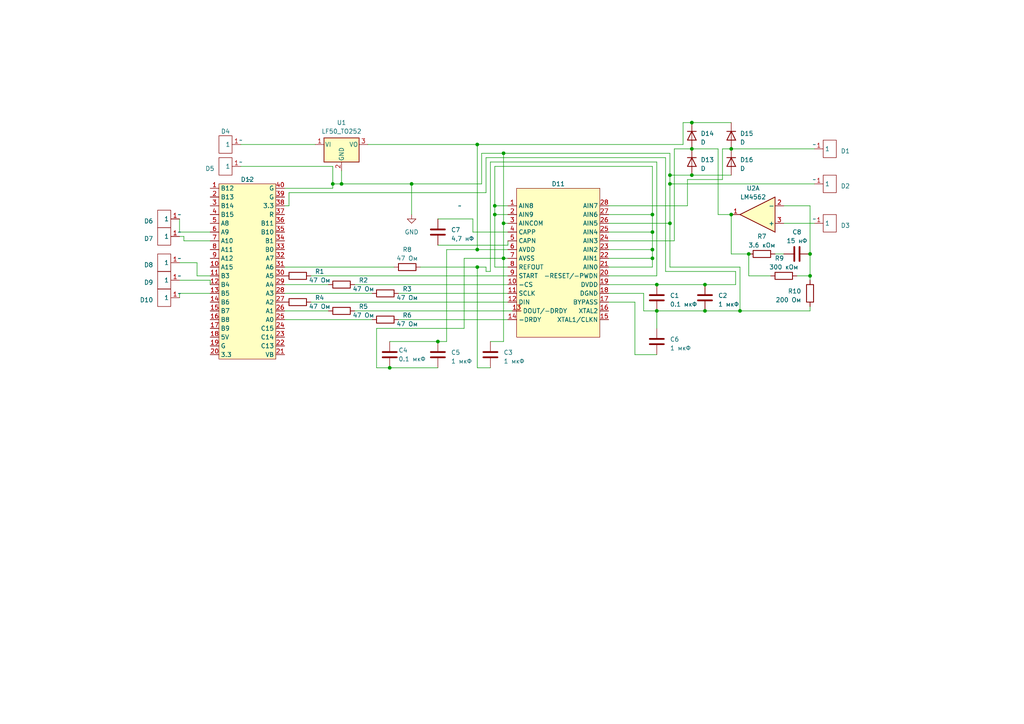
<source format=kicad_sch>
(kicad_sch (version 20230121) (generator eeschema)
  (paper "A4")
  (title_block (title "Электрическая схема") (date "2023-03-19") (company "МЭИ") (comment 2 "Смирнов А.И."))
  (lib_symbols
    (symbol "Amplifier_Operational:LM4562" (pin_names (offset 0.127))
      (property "Reference" "U" (at 0 5.08 0))
      (property "Value" "LM4562" (at 0 -5.08 0))
      (symbol "LM4562_1_1"
        (polyline (pts (xy -5.08 5.08) (xy 5.08 0) (xy -5.08 -5.08) (xy -5.08 5.08)) (stroke (width 0.254)) (fill (type background)))
        (pin output line (at 7.62 0 180) (length 2.54) (name "~") (number "1"))
        (pin input line (at -7.62 -2.54 0) (length 2.54) (name "-") (number "2"))
        (pin input line (at -7.62 2.54 0) (length 2.54) (name "+") (number "3"))
      )
      (symbol "LM4562_2_1"
        (polyline (pts (xy -5.08 5.08) (xy 5.08 0) (xy -5.08 -5.08) (xy -5.08 5.08)) (stroke (width 0.254)) (fill (type background)))
        (pin input line (at -7.62 2.54 0) (length 2.54) (name "+") (number "5"))
        (pin input line (at -7.62 -2.54 0) (length 2.54) (name "-") (number "6"))
        (pin output line (at 7.62 0 180) (length 2.54) (name "~") (number "7"))
      )
      (symbol "LM4562_3_1"
        (pin power_in line (at -2.54 -7.62 90) (length 3.81) (name "V-") (number "4"))
        (pin power_in line (at -2.54 7.62 270) (length 3.81) (name "V+") (number "8"))
      )
    )
    (symbol "Device:C" (pin_numbers hide) (pin_names (offset 0.254))
      (property "Reference" "C" (at 0.635 2.54 0))
      (property "Value" "C" (at 0.635 -2.54 0))
      (symbol "C_0_1"
        (polyline (pts (xy -2.032 -0.762) (xy 2.032 -0.762)) (stroke (width 0.508)))
        (polyline (pts (xy -2.032 0.762) (xy 2.032 0.762)) (stroke (width 0.508)))
      )
      (symbol "C_1_1"
        (pin passive line (at 0 3.81 270) (length 2.794) (name "~") (number "1"))
        (pin passive line (at 0 -3.81 90) (length 2.794) (name "~") (number "2"))
      )
    )
    (symbol "Device:D" (pin_numbers hide) (pin_names (offset 1.016) hide)
      (property "Reference" "D" (at 0 2.54 0))
      (property "Value" "D" (at 0 -2.54 0))
      (symbol "D_0_1"
        (polyline (pts (xy -1.27 1.27) (xy -1.27 -1.27)) (stroke (width 0.254)))
        (polyline (pts (xy 1.27 0) (xy -1.27 0)))
        (polyline (pts (xy 1.27 1.27) (xy 1.27 -1.27) (xy -1.27 0) (xy 1.27 1.27)) (stroke (width 0.254)))
      )
      (symbol "D_1_1"
        (pin passive line (at -3.81 0 0) (length 2.54) (name "K") (number "1"))
        (pin passive line (at 3.81 0 180) (length 2.54) (name "A") (number "2"))
      )
    )
    (symbol "Device:R" (pin_numbers hide) (pin_names (offset 0))
      (property "Reference" "R" (at 2.032 0 90))
      (property "Value" "R" (at 0 0 90))
      (symbol "R_0_1"
        (rectangle (start -1.016 -2.54) (end 1.016 2.54) (stroke (width 0.254)))
      )
      (symbol "R_1_1"
        (pin passive line (at 0 3.81 270) (length 1.27) (name "~") (number "1"))
        (pin passive line (at 0 -3.81 90) (length 1.27) (name "~") (number "2"))
      )
    )
    (symbol "Regulator_Linear:LF50_TO252" (pin_names (offset 0.254))
      (property "Reference" "U" (at -3.81 3.175 0))
      (property "Value" "LF50_TO252" (at 0 3.175 0))
      (symbol "LF50_TO252_0_1"
        (rectangle (start -5.08 1.905) (end 5.08 -5.08) (stroke (width 0.254)) (fill (type background)))
      )
      (symbol "LF50_TO252_1_1"
        (pin power_in line (at -7.62 0 0) (length 2.54) (name "VI") (number "1"))
        (pin power_in line (at 0 -7.62 90) (length 2.54) (name "GND") (number "2"))
        (pin power_out line (at 7.62 0 180) (length 2.54) (name "VO") (number "3"))
      )
    )
    (symbol "power:GND" (power) (pin_names (offset 0))
      (property "Value" "GND" (at 0 -3.81 0))
      (symbol "GND_0_1"
        (polyline (pts (xy 0 0) (xy 0 -1.27) (xy 1.27 -1.27) (xy 0 -2.54) (xy -1.27 -1.27) (xy 0 -1.27)))
      )
      (symbol "GND_1_1"
        (pin power_in line (at 0 0 270) (length 0) hide (name "GND") (number "1"))
      )
    )
    (symbol "user_lib_adc:ADC1262"
      (property "Reference" "D" (at 0 20.32 0))
      (symbol "ADC1262_0_1"
        (rectangle (start -12.7 21.59) (end 11.43 -21.59) (fill (type background)))
      )
      (symbol "ADC1262_1_1"
        (pin bidirectional line (at -15.24 16.51 0) (length 2.54) (name "AIN8") (number "1"))
        (pin input line (at -15.24 -6.35 0) (length 2.54) (name "-CS") (number "10"))
        (pin input line (at -15.24 -8.89 0) (length 2.54) (name "SCLK") (number "11"))
        (pin input line (at -15.24 -11.43 0) (length 2.54) (name "DIN") (number "12"))
        (pin output line (at -13.97 -13.97 0) (length 2.54) (name "DOUT/-DRDY") (number "13"))
        (pin output line (at -15.24 -16.51 0) (length 2.54) (name "-DRDY") (number "14"))
        (pin input line (at 13.97 -16.51 180) (length 2.54) (name "XTAL1/CLKN") (number "15"))
        (pin input line (at 13.97 -13.97 180) (length 2.54) (name "XTAL2") (number "16"))
        (pin output line (at 13.97 -11.43 180) (length 2.54) (name "BYPASS") (number "17"))
        (pin power_in line (at 13.97 -8.89 180) (length 2.54) (name "DGND") (number "18"))
        (pin power_in line (at 13.97 -6.35 180) (length 2.54) (name "DVDD") (number "19"))
        (pin bidirectional line (at -15.24 13.97 0) (length 2.54) (name "AIN9") (number "2"))
        (pin input line (at 13.97 -3.81 180) (length 2.54) (name "-RESET/-PWDN") (number "20"))
        (pin bidirectional line (at 13.97 -1.27 180) (length 2.54) (name "AIN0") (number "21"))
        (pin bidirectional line (at 13.97 1.27 180) (length 2.54) (name "AIN1") (number "22"))
        (pin bidirectional line (at 13.97 3.81 180) (length 2.54) (name "AIN2") (number "23"))
        (pin bidirectional line (at 13.97 6.35 180) (length 2.54) (name "AIN3") (number "24"))
        (pin bidirectional line (at 13.97 8.89 180) (length 2.54) (name "AIN4") (number "25"))
        (pin bidirectional line (at 13.97 11.43 180) (length 2.54) (name "AIN5") (number "26"))
        (pin bidirectional line (at 13.97 13.97 180) (length 2.54) (name "AIN6") (number "27"))
        (pin bidirectional line (at 13.97 16.51 180) (length 2.54) (name "AIN7") (number "28"))
        (pin bidirectional line (at -15.24 11.43 0) (length 2.54) (name "AINCOM") (number "3"))
        (pin output line (at -15.24 8.89 0) (length 2.54) (name "CAPP") (number "4"))
        (pin output line (at -15.24 6.35 0) (length 2.54) (name "CAPN") (number "5"))
        (pin power_in line (at -15.24 3.81 0) (length 2.54) (name "AVDD") (number "6"))
        (pin power_in line (at -15.24 1.27 0) (length 2.54) (name "AVSS") (number "7"))
        (pin output line (at -15.24 -1.27 0) (length 2.54) (name "REFOUT") (number "8"))
        (pin input line (at -15.24 -3.81 0) (length 2.54) (name "START") (number "9"))
      )
    )
    (symbol "user_lib_adc:simply"
      (property "Reference" "D" (at 5.08 1.27 0))
      (symbol "simply_0_1"
        (rectangle (start 2.54 2.54) (end 6.35 -2.54))
      )
      (symbol "simply_1_1"
        (pin bidirectional line (at 0 0 0) (length 2.54) (name "1") (number "1"))
      )
    )
    (symbol "user_lib_adc:stm32f103xx"
      (property "Reference" "D" (at 0 26.67 0))
      (symbol "stm32f103xx_0_1"
        (rectangle (start -8.89 25.4) (end 7.62 -25.4) (fill (type background)))
      )
      (symbol "stm32f103xx_1_1"
        (pin bidirectional line (at -11.43 24.13 0) (length 2.54) (name "B12") (number "1"))
        (pin bidirectional line (at -11.43 1.27 0) (length 2.54) (name "A15") (number "10"))
        (pin bidirectional line (at -11.43 -1.27 0) (length 2.54) (name "B3") (number "11"))
        (pin bidirectional line (at -11.43 -3.81 0) (length 2.54) (name "B4") (number "12"))
        (pin bidirectional line (at -11.43 -6.35 0) (length 2.54) (name "B5") (number "13"))
        (pin bidirectional line (at -11.43 -8.89 0) (length 2.54) (name "B6") (number "14"))
        (pin bidirectional line (at -11.43 -11.43 0) (length 2.54) (name "B7") (number "15"))
        (pin bidirectional line (at -11.43 -13.97 0) (length 2.54) (name "B8") (number "16"))
        (pin bidirectional line (at -11.43 -16.51 0) (length 2.54) (name "B9") (number "17"))
        (pin power_in line (at -11.43 -19.05 0) (length 2.54) (name "5V") (number "18"))
        (pin power_out line (at -11.43 -21.59 0) (length 2.54) (name "G") (number "19"))
        (pin bidirectional line (at -11.43 21.59 0) (length 2.54) (name "B13") (number "2"))
        (pin power_out line (at -11.43 -24.13 0) (length 2.54) (name "3.3") (number "20"))
        (pin bidirectional line (at 10.16 -24.13 180) (length 2.54) (name "VB") (number "21"))
        (pin bidirectional line (at 10.16 -21.59 180) (length 2.54) (name "C13") (number "22"))
        (pin bidirectional line (at 10.16 -19.05 180) (length 2.54) (name "C14") (number "23"))
        (pin bidirectional line (at 10.16 -16.51 180) (length 2.54) (name "C15") (number "24"))
        (pin bidirectional line (at 10.16 -13.97 180) (length 2.54) (name "A0") (number "25"))
        (pin bidirectional line (at 10.16 -11.43 180) (length 2.54) (name "A1") (number "26"))
        (pin bidirectional line (at 10.16 -8.89 180) (length 2.54) (name "A2") (number "27"))
        (pin bidirectional line (at 10.16 -6.35 180) (length 2.54) (name "A3") (number "28"))
        (pin bidirectional line (at 10.16 -3.81 180) (length 2.54) (name "A4") (number "29"))
        (pin bidirectional line (at -11.43 19.05 0) (length 2.54) (name "B14") (number "3"))
        (pin bidirectional line (at 10.16 -1.27 180) (length 2.54) (name "A5") (number "30"))
        (pin bidirectional line (at 10.16 1.27 180) (length 2.54) (name "A6") (number "31"))
        (pin bidirectional line (at 10.16 3.81 180) (length 2.54) (name "A7") (number "32"))
        (pin bidirectional line (at 10.16 6.35 180) (length 2.54) (name "B0") (number "33"))
        (pin bidirectional line (at 10.16 8.89 180) (length 2.54) (name "B1") (number "34"))
        (pin bidirectional line (at 10.16 11.43 180) (length 2.54) (name "B10") (number "35"))
        (pin bidirectional line (at 10.16 13.97 180) (length 2.54) (name "B11") (number "36"))
        (pin input line (at 10.16 16.51 180) (length 2.54) (name "R") (number "37"))
        (pin power_in line (at 10.16 19.05 180) (length 2.54) (name "3.3") (number "38"))
        (pin power_out line (at 10.16 21.59 180) (length 2.54) (name "G") (number "39"))
        (pin bidirectional line (at -11.43 16.51 0) (length 2.54) (name "B15") (number "4"))
        (pin power_out line (at 10.16 24.13 180) (length 2.54) (name "G") (number "40"))
        (pin bidirectional line (at -11.43 13.97 0) (length 2.54) (name "A8") (number "5"))
        (pin bidirectional line (at -11.43 11.43 0) (length 2.54) (name "A9") (number "6"))
        (pin bidirectional line (at -11.43 8.89 0) (length 2.54) (name "A10") (number "7"))
        (pin bidirectional line (at -11.43 6.35 0) (length 2.54) (name "A11") (number "8"))
        (pin bidirectional line (at -11.43 3.81 0) (length 2.54) (name "A12") (number "9"))
      )
    )
  )
  (junction (at 214.63 90.17))
  (junction (at 217.17 73.66))
  (junction (at 146.05 74.93))
  (junction (at 143.51 62.23))
  (junction (at 189.23 67.31))
  (junction (at 194.31 64.77))
  (junction (at 138.43 41.91))
  (junction (at 189.23 62.23))
  (junction (at 234.95 73.66))
  (junction (at 138.43 72.39))
  (junction (at 146.05 64.77))
  (junction (at 204.47 90.17))
  (junction (at 234.95 80.01))
  (junction (at 212.09 62.23))
  (junction (at 127 99.06))
  (junction (at 189.23 74.93))
  (junction (at 96.52 53.34))
  (junction (at 190.5 82.55))
  (junction (at 146.05 44.45))
  (junction (at 200.66 35.56))
  (junction (at 212.09 43.18))
  (junction (at 138.43 77.47))
  (junction (at 190.5 90.17))
  (junction (at 200.66 43.18))
  (junction (at 189.23 72.39))
  (junction (at 194.31 53.34))
  (junction (at 143.51 59.69))
  (junction (at 99.06 53.34))
  (junction (at 119.38 53.34))
  (junction (at 204.47 82.55))
  (junction (at 200.66 50.8))
  (junction (at 194.31 50.8))
  (junction (at 113.03 106.68))
  (wire (pts (xy 234.95 81.28) (xy 234.95 80.01)))
  (wire (pts (xy 234.95 59.69) (xy 234.95 73.66)))
  (wire (pts (xy 52.07 67.31) (xy 52.07 63.5)))
  (wire (pts (xy 102.87 82.55) (xy 147.32 82.55)))
  (wire (pts (xy 99.06 53.34) (xy 96.52 53.34)))
  (wire (pts (xy 190.5 80.01) (xy 190.5 46.99)))
  (wire (pts (xy 189.23 74.93) (xy 189.23 77.47)))
  (wire (pts (xy 190.5 90.17) (xy 190.5 95.25)))
  (wire (pts (xy 138.43 77.47) (xy 138.43 106.68)))
  (wire (pts (xy 212.09 43.18) (xy 236.22 43.18)))
  (wire (pts (xy 193.04 45.72) (xy 140.97 45.72)))
  (wire (pts (xy 119.38 53.34) (xy 139.7 53.34)))
  (wire (pts (xy 176.53 67.31) (xy 189.23 67.31)))
  (wire (pts (xy 176.53 59.69) (xy 199.39 59.69)))
  (wire (pts (xy 208.28 62.23) (xy 212.09 62.23)))
  (wire (pts (xy 198.12 35.56) (xy 200.66 35.56)))
  (wire (pts (xy 143.51 59.69) (xy 143.51 48.26)))
  (wire (pts (xy 82.55 85.09) (xy 107.95 85.09)))
  (wire (pts (xy 60.96 85.09) (xy 52.07 85.09)))
  (wire (pts (xy 176.53 82.55) (xy 190.5 82.55)))
  (wire (pts (xy 113.03 99.06) (xy 127 99.06)))
  (wire (pts (xy 140.97 78.74) (xy 142.24 78.74)))
  (wire (pts (xy 99.06 49.53) (xy 99.06 53.34)))
  (wire (pts (xy 208.28 43.18) (xy 200.66 43.18)))
  (wire (pts (xy 96.52 48.26) (xy 96.52 53.34)))
  (wire (pts (xy 190.5 82.55) (xy 204.47 82.55)))
  (wire (pts (xy 176.53 72.39) (xy 189.23 72.39)))
  (wire (pts (xy 186.69 90.17) (xy 190.5 90.17)))
  (wire (pts (xy 52.07 81.28) (xy 60.96 81.28)))
  (wire (pts (xy 194.31 53.34) (xy 236.22 53.34)))
  (wire (pts (xy 119.38 53.34) (xy 99.06 53.34)))
  (wire (pts (xy 234.95 73.66) (xy 234.95 80.01)))
  (wire (pts (xy 234.95 90.17) (xy 234.95 88.9)))
  (wire (pts (xy 140.97 55.88) (xy 83.82 55.88)))
  (wire (pts (xy 137.16 63.5) (xy 127 63.5)))
  (wire (pts (xy 113.03 106.68) (xy 109.22 106.68)))
  (wire (pts (xy 57.15 76.2) (xy 52.07 76.2)))
  (wire (pts (xy 115.57 85.09) (xy 147.32 85.09)))
  (wire (pts (xy 214.63 90.17) (xy 214.63 77.47)))
  (wire (pts (xy 143.51 59.69) (xy 147.32 59.69)))
  (wire (pts (xy 147.32 77.47) (xy 143.51 77.47)))
  (wire (pts (xy 109.22 106.68) (xy 109.22 95.25)))
  (wire (pts (xy 186.69 85.09) (xy 186.69 90.17)))
  (wire (pts (xy 138.43 41.91) (xy 138.43 72.39)))
  (wire (pts (xy 143.51 62.23) (xy 143.51 59.69)))
  (wire (pts (xy 214.63 90.17) (xy 234.95 90.17)))
  (wire (pts (xy 82.55 92.71) (xy 107.95 92.71)))
  (wire (pts (xy 146.05 44.45) (xy 139.7 44.45)))
  (wire (pts (xy 129.54 72.39) (xy 129.54 99.06)))
  (wire (pts (xy 52.07 85.09) (xy 52.07 86.36)))
  (wire (pts (xy 234.95 80.01) (xy 231.14 80.01)))
  (wire (pts (xy 115.57 92.71) (xy 147.32 92.71)))
  (wire (pts (xy 217.17 80.01) (xy 217.17 73.66)))
  (wire (pts (xy 60.96 81.28) (xy 60.96 82.55)))
  (wire (pts (xy 200.66 43.18) (xy 195.58 43.18)))
  (wire (pts (xy 83.82 55.88) (xy 83.82 59.69)))
  (wire (pts (xy 204.47 90.17) (xy 214.63 90.17)))
  (wire (pts (xy 60.96 67.31) (xy 52.07 67.31)))
  (wire (pts (xy 53.34 69.85) (xy 60.96 69.85)))
  (wire (pts (xy 194.31 64.77) (xy 194.31 77.47)))
  (wire (pts (xy 147.32 71.12) (xy 147.32 69.85)))
  (wire (pts (xy 194.31 53.34) (xy 194.31 64.77)))
  (wire (pts (xy 96.52 54.61) (xy 82.55 54.61)))
  (wire (pts (xy 217.17 73.66) (xy 212.09 73.66)))
  (wire (pts (xy 227.33 64.77) (xy 236.22 64.77)))
  (wire (pts (xy 82.55 82.55) (xy 95.25 82.55)))
  (wire (pts (xy 102.87 90.17) (xy 148.59 90.17)))
  (wire (pts (xy 200.66 35.56) (xy 212.09 35.56)))
  (wire (pts (xy 209.55 52.07) (xy 199.39 52.07)))
  (wire (pts (xy 82.55 90.17) (xy 95.25 90.17)))
  (wire (pts (xy 134.62 95.25) (xy 134.62 74.93)))
  (wire (pts (xy 193.04 78.74) (xy 193.04 45.72)))
  (wire (pts (xy 198.12 41.91) (xy 198.12 35.56)))
  (wire (pts (xy 143.51 62.23) (xy 147.32 62.23)))
  (wire (pts (xy 52.07 68.58) (xy 53.34 68.58)))
  (wire (pts (xy 106.68 41.91) (xy 138.43 41.91)))
  (wire (pts (xy 146.05 74.93) (xy 146.05 99.06)))
  (wire (pts (xy 138.43 106.68) (xy 142.24 106.68)))
  (wire (pts (xy 195.58 69.85) (xy 176.53 69.85)))
  (wire (pts (xy 176.53 80.01) (xy 190.5 80.01)))
  (wire (pts (xy 129.54 99.06) (xy 127 99.06)))
  (wire (pts (xy 109.22 95.25) (xy 134.62 95.25)))
  (wire (pts (xy 82.55 77.47) (xy 114.3 77.47)))
  (wire (pts (xy 146.05 99.06) (xy 142.24 99.06)))
  (wire (pts (xy 69.85 48.26) (xy 96.52 48.26)))
  (wire (pts (xy 96.52 54.61) (xy 96.52 53.34)))
  (wire (pts (xy 200.66 50.8) (xy 212.09 50.8)))
  (wire (pts (xy 199.39 52.07) (xy 199.39 59.69)))
  (wire (pts (xy 189.23 77.47) (xy 176.53 77.47)))
  (wire (pts (xy 189.23 62.23) (xy 189.23 67.31)))
  (wire (pts (xy 209.55 43.18) (xy 212.09 43.18)))
  (wire (pts (xy 143.51 62.23) (xy 143.51 77.47)))
  (wire (pts (xy 189.23 48.26) (xy 189.23 62.23)))
  (wire (pts (xy 138.43 41.91) (xy 198.12 41.91)))
  (wire (pts (xy 139.7 44.45) (xy 139.7 53.34)))
  (wire (pts (xy 57.15 80.01) (xy 57.15 76.2)))
  (wire (pts (xy 146.05 44.45) (xy 146.05 64.77)))
  (wire (pts (xy 184.15 102.87) (xy 184.15 87.63)))
  (wire (pts (xy 127 71.12) (xy 147.32 71.12)))
  (wire (pts (xy 212.09 73.66) (xy 212.09 62.23)))
  (wire (pts (xy 138.43 72.39) (xy 147.32 72.39)))
  (wire (pts (xy 195.58 43.18) (xy 195.58 69.85)))
  (wire (pts (xy 60.96 80.01) (xy 57.15 80.01)))
  (wire (pts (xy 176.53 74.93) (xy 189.23 74.93)))
  (wire (pts (xy 176.53 62.23) (xy 189.23 62.23)))
  (wire (pts (xy 209.55 43.18) (xy 209.55 52.07)))
  (wire (pts (xy 184.15 102.87) (xy 190.5 102.87)))
  (wire (pts (xy 142.24 46.99) (xy 142.24 78.74)))
  (wire (pts (xy 119.38 53.34) (xy 119.38 62.23)))
  (wire (pts (xy 194.31 44.45) (xy 146.05 44.45)))
  (wire (pts (xy 190.5 90.17) (xy 204.47 90.17)))
  (wire (pts (xy 90.17 80.01) (xy 147.32 80.01)))
  (wire (pts (xy 194.31 50.8) (xy 200.66 50.8)))
  (wire (pts (xy 208.28 62.23) (xy 208.28 43.18)))
  (wire (pts (xy 194.31 77.47) (xy 214.63 77.47)))
  (wire (pts (xy 190.5 46.99) (xy 142.24 46.99)))
  (wire (pts (xy 53.34 68.58) (xy 53.34 69.85)))
  (wire (pts (xy 90.17 87.63) (xy 147.32 87.63)))
  (wire (pts (xy 189.23 67.31) (xy 189.23 72.39)))
  (wire (pts (xy 134.62 74.93) (xy 146.05 74.93)))
  (wire (pts (xy 143.51 48.26) (xy 189.23 48.26)))
  (wire (pts (xy 146.05 64.77) (xy 147.32 64.77)))
  (wire (pts (xy 147.32 67.31) (xy 137.16 67.31)))
  (wire (pts (xy 227.33 73.66) (xy 224.79 73.66)))
  (wire (pts (xy 176.53 64.77) (xy 194.31 64.77)))
  (wire (pts (xy 213.36 82.55) (xy 213.36 78.74)))
  (wire (pts (xy 194.31 50.8) (xy 194.31 53.34)))
  (wire (pts (xy 213.36 78.74) (xy 193.04 78.74)))
  (wire (pts (xy 146.05 64.77) (xy 146.05 74.93)))
  (wire (pts (xy 140.97 45.72) (xy 140.97 55.88)))
  (wire (pts (xy 176.53 85.09) (xy 186.69 85.09)))
  (wire (pts (xy 113.03 106.68) (xy 127 106.68)))
  (wire (pts (xy 204.47 82.55) (xy 213.36 82.55)))
  (wire (pts (xy 138.43 77.47) (xy 140.97 77.47)))
  (wire (pts (xy 227.33 59.69) (xy 234.95 59.69)))
  (wire (pts (xy 69.85 41.91) (xy 91.44 41.91)))
  (wire (pts (xy 121.92 77.47) (xy 138.43 77.47)))
  (wire (pts (xy 194.31 44.45) (xy 194.31 50.8)))
  (wire (pts (xy 184.15 87.63) (xy 176.53 87.63)))
  (wire (pts (xy 137.16 67.31) (xy 137.16 63.5)))
  (wire (pts (xy 146.05 74.93) (xy 147.32 74.93)))
  (wire (pts (xy 140.97 77.47) (xy 140.97 78.74)))
  (wire (pts (xy 223.52 80.01) (xy 217.17 80.01)))
  (wire (pts (xy 82.55 59.69) (xy 83.82 59.69)))
  (wire (pts (xy 189.23 72.39) (xy 189.23 74.93)))
  (wire (pts (xy 138.43 72.39) (xy 129.54 72.39)))
  (symbol (lib_id "user_lib_adc:simply") (at 52.07 63.5 0) (mirror y) (unit 1)
    (property "Reference" "D6" (at 44.45 64.135 0) (effects (justify left)))
    (property "Value" "~" (at 52.07 62.23 0))
    (property "Footprint" "ADC_base_user_lib:simply" (effects hide))
  )
  (symbol (lib_id "Device:R") (at 99.06 90.17 90) (unit 1)
    (property "Reference" "R5" (at 105.41 88.9 90))
    (property "Value" "47 Ом" (at 105.41 91.44 90))
    (property "Footprint" "Resistor_THT:R_Box_L13.0mm_W4.0mm_P9.00mm" (effects hide))
  )
  (symbol (lib_id "user_lib_adc:simply") (at 69.85 41.91 0) (mirror y) (unit 1)
    (property "Reference" "D4" (at 65.405 38.1 0))
    (property "Value" "~" (at 69.85 40.64 0))
    (property "Footprint" "ADC_base_user_lib:simply" (effects hide))
  )
  (symbol (lib_id "Device:C") (at 142.24 102.87 0) (unit 1)
    (property "Reference" "C3" (at 146.05 102.235 0) (effects (justify left)))
    (property "Value" "1 мкФ" (at 146.05 104.775 0) (effects (justify left)))
    (property "Footprint" "Capacitor_THT:CP_Radial_D8.0mm_P3.50mm" (effects hide))
  )
  (symbol (lib_id "user_lib_adc:simply") (at 52.07 68.58 0) (mirror y) (unit 1)
    (property "Reference" "D7" (at 44.45 69.215 0) (effects (justify left)))
    (property "Value" "~" (at 52.07 67.31 0))
    (property "Footprint" "ADC_base_user_lib:simply" (effects hide))
  )
  (symbol (lib_id "Regulator_Linear:LF50_TO252") (at 99.06 41.91 0) (unit 1)
    (property "Reference" "U1" (at 99.06 35.56 0))
    (property "Value" "LF50_TO252" (at 99.06 38.1 0))
    (property "Footprint" "Package_TO_SOT_SMD:TO-252-2" (effects hide))
    (property "Datasheet" "http://www.st.com/content/ccc/resource/technical/document/datasheet/c4/0e/7e/2a/be/bc/4c/bd/CD00000546.pdf/files/CD00000546.pdf/jcr:content/translations/en.CD00000546.pdf" (effects hide))
  )
  (symbol (lib_id "Device:D") (at 200.66 39.37 270) (unit 1)
    (property "Reference" "D14" (at 203.2 38.735 90) (effects (justify left)))
    (property "Value" "D" (at 203.2 41.275 90) (effects (justify left)))
    (property "Footprint" "Diode_THT:D_5KPW_P7.62mm_Vertical_AnodeUp" (effects hide))
    (property "Sim.Device" "D" (effects hide))
    (property "Sim.Pins" "1=K 2=A" (effects hide))
  )
  (symbol (lib_id "user_lib_adc:simply") (at 52.07 81.28 0) (mirror y) (unit 1)
    (property "Reference" "D9" (at 44.45 81.915 0) (effects (justify left)))
    (property "Value" "~" (at 52.07 80.01 0))
    (property "Footprint" "ADC_base_user_lib:simply" (effects hide))
  )
  (symbol (lib_id "Device:R") (at 86.36 80.01 90) (unit 1)
    (property "Reference" "R1" (at 92.71 78.74 90))
    (property "Value" "47 Ом" (at 92.71 81.28 90))
    (property "Footprint" "Resistor_THT:R_Box_L13.0mm_W4.0mm_P9.00mm" (effects hide))
  )
  (symbol (lib_id "user_lib_adc:simply") (at 69.85 48.26 0) (mirror y) (unit 1)
    (property "Reference" "D5" (at 62.23 48.895 0) (effects (justify left)))
    (property "Value" "~" (at 69.85 46.99 0))
    (property "Footprint" "ADC_base_user_lib:simply" (effects hide))
  )
  (symbol (lib_id "user_lib_adc:simply") (at 52.07 76.2 0) (mirror y) (unit 1)
    (property "Reference" "D8" (at 44.45 76.835 0) (effects (justify left)))
    (property "Value" "~" (at 52.07 74.93 0))
    (property "Footprint" "ADC_base_user_lib:simply" (effects hide))
  )
  (symbol (lib_id "user_lib_adc:stm32f103xx") (at 72.39 78.74 0) (unit 1)
    (property "Reference" "D12" (at 71.755 52.07 0))
    (property "Value" "~" (at 72.39 52.07 0))
    (property "Footprint" "ADC_base_user_lib:stm32f103xx" (effects hide))
  )
  (symbol (lib_id "user_lib_adc:simply") (at 52.07 86.36 0) (mirror y) (unit 1)
    (property "Reference" "D10" (at 44.45 86.995 0) (effects (justify left)))
    (property "Value" "~" (at 52.07 85.09 0))
    (property "Footprint" "ADC_base_user_lib:simply" (effects hide))
  )
  (symbol (lib_id "user_lib_adc:simply") (at 236.22 43.18 0) (unit 1)
    (property "Reference" "D1" (at 243.84 43.815 0) (effects (justify left)))
    (property "Value" "~" (at 236.22 41.91 0))
    (property "Footprint" "ADC_base_user_lib:simply" (effects hide))
  )
  (symbol (lib_id "user_lib_adc:simply") (at 236.22 64.77 0) (unit 1)
    (property "Reference" "D3" (at 243.84 65.405 0) (effects (justify left)))
    (property "Value" "~" (at 236.22 63.5 0))
    (property "Footprint" "ADC_base_user_lib:simply" (effects hide))
  )
  (symbol (lib_id "Amplifier_Operational:LM4562") (at 219.71 62.23 180) (unit 1)
    (property "Reference" "U2" (at 218.44 54.61 0))
    (property "Value" "LM4562" (at 218.44 57.15 0))
    (property "Footprint" "Package_DIP:DIP-8_W6.35mm" (effects hide))
    (property "Datasheet" "http://www.ti.com/lit/ds/symlink/lm4562.pdf" (effects hide))
  )
  (symbol (lib_id "Device:R") (at 118.11 77.47 90) (unit 1)
    (property "Reference" "R8" (at 118.11 72.39 90))
    (property "Value" "47 Ом" (at 118.11 74.93 90))
    (property "Footprint" "Resistor_THT:R_Box_L13.0mm_W4.0mm_P9.00mm" (effects hide))
  )
  (symbol (lib_id "Device:C") (at 231.14 73.66 270) (mirror x) (unit 1)
    (property "Reference" "C8" (at 231.14 67.31 90))
    (property "Value" "15 нФ" (at 231.14 69.85 90))
    (property "Footprint" "Capacitor_SMD:C_0805_2012Metric_Pad1.18x1.45mm_HandSolder" (effects hide))
  )
  (symbol (lib_id "Device:C") (at 113.03 102.87 0) (unit 1)
    (property "Reference" "C4" (at 115.57 101.6 0) (effects (justify left)))
    (property "Value" "0.1 мкФ" (at 115.57 104.14 0) (effects (justify left)))
    (property "Footprint" "Capacitor_SMD:C_0805_2012Metric_Pad1.18x1.45mm_HandSolder" (effects hide))
  )
  (symbol (lib_id "Device:R") (at 99.06 82.55 90) (unit 1)
    (property "Reference" "R2" (at 105.41 81.28 90))
    (property "Value" "47 Ом" (at 105.41 83.82 90))
    (property "Footprint" "Resistor_THT:R_Box_L13.0mm_W4.0mm_P9.00mm" (effects hide))
  )
  (symbol (lib_id "Device:R") (at 86.36 87.63 90) (unit 1)
    (property "Reference" "R4" (at 92.71 86.36 90))
    (property "Value" "47 Ом" (at 92.71 88.9 90))
    (property "Footprint" "Resistor_THT:R_Box_L13.0mm_W4.0mm_P9.00mm" (effects hide))
  )
  (symbol (lib_id "Device:D") (at 212.09 46.99 270) (unit 1)
    (property "Reference" "D16" (at 214.63 46.355 90) (effects (justify left)))
    (property "Value" "D" (at 214.63 48.895 90) (effects (justify left)))
    (property "Footprint" "Diode_THT:D_5KPW_P7.62mm_Vertical_AnodeUp" (effects hide))
    (property "Sim.Device" "D" (effects hide))
    (property "Sim.Pins" "1=K 2=A" (effects hide))
  )
  (symbol (lib_id "Device:D") (at 200.66 46.99 270) (unit 1)
    (property "Reference" "D13" (at 203.2 46.355 90) (effects (justify left)))
    (property "Value" "D" (at 203.2 48.895 90) (effects (justify left)))
    (property "Footprint" "Diode_THT:D_5KPW_P7.62mm_Vertical_AnodeUp" (effects hide))
    (property "Sim.Device" "D" (effects hide))
    (property "Sim.Pins" "1=K 2=A" (effects hide))
  )
  (symbol (lib_id "power:GND") (at 119.38 62.23 0) (unit 1)
    (property "Reference" "#PWR01" (effects hide))
    (property "Value" "GND" (at 119.38 67.31 0))
  )
  (symbol (lib_id "Device:D") (at 212.09 39.37 270) (unit 1)
    (property "Reference" "D15" (at 214.63 38.735 90) (effects (justify left)))
    (property "Value" "D" (at 214.63 41.275 90) (effects (justify left)))
    (property "Footprint" "Diode_THT:D_5KPW_P7.62mm_Vertical_AnodeUp" (effects hide))
    (property "Sim.Device" "D" (effects hide))
    (property "Sim.Pins" "1=K 2=A" (effects hide))
  )
  (symbol (lib_id "Device:C") (at 127 102.87 0) (unit 1)
    (property "Reference" "C5" (at 130.81 102.235 0) (effects (justify left)))
    (property "Value" "1 мкФ" (at 130.81 104.775 0) (effects (justify left)))
    (property "Footprint" "Capacitor_THT:CP_Radial_D4.0mm_P2.00mm" (effects hide))
  )
  (symbol (lib_id "Device:C") (at 204.47 86.36 0) (unit 1)
    (property "Reference" "C2" (at 208.28 85.725 0) (effects (justify left)))
    (property "Value" "1 мкФ" (at 208.28 88.265 0) (effects (justify left)))
    (property "Footprint" "Capacitor_THT:CP_Radial_D4.0mm_P2.00mm" (effects hide))
  )
  (symbol (lib_id "Device:C") (at 190.5 99.06 0) (unit 1)
    (property "Reference" "C6" (at 194.31 98.425 0) (effects (justify left)))
    (property "Value" "1 мкФ" (at 194.31 100.965 0) (effects (justify left)))
    (property "Footprint" "Capacitor_THT:CP_Radial_D4.0mm_P2.00mm" (effects hide))
  )
  (symbol (lib_id "Device:R") (at 220.98 73.66 270) (mirror x) (unit 1)
    (property "Reference" "R7" (at 220.98 68.58 90))
    (property "Value" "3.6 кОм" (at 220.98 71.12 90))
    (property "Footprint" "Resistor_THT:R_Box_L13.0mm_W4.0mm_P9.00mm" (effects hide))
  )
  (symbol (lib_id "Device:R") (at 111.76 92.71 90) (unit 1)
    (property "Reference" "R6" (at 118.11 91.44 90))
    (property "Value" "47 Ом" (at 118.11 93.98 90))
    (property "Footprint" "Resistor_THT:R_Box_L13.0mm_W4.0mm_P9.00mm" (effects hide))
  )
  (symbol (lib_id "Device:R") (at 111.76 85.09 90) (unit 1)
    (property "Reference" "R3" (at 118.11 83.82 90))
    (property "Value" "47 Ом" (at 118.11 86.36 90))
    (property "Footprint" "Resistor_THT:R_Box_L13.0mm_W4.0mm_P9.00mm" (effects hide))
  )
  (symbol (lib_id "Device:C") (at 127 67.31 0) (unit 1)
    (property "Reference" "C7" (at 130.81 66.675 0) (effects (justify left)))
    (property "Value" "4,7 нФ" (at 130.81 69.215 0) (effects (justify left)))
    (property "Footprint" "Capacitor_SMD:C_0504_1310Metric_Pad0.83x1.28mm_HandSolder" (effects hide))
  )
  (symbol (lib_id "Device:R") (at 234.95 85.09 0) (mirror x) (unit 1)
    (property "Reference" "R10" (at 232.41 84.455 0) (effects (justify right)))
    (property "Value" "200 Ом" (at 232.41 86.995 0) (effects (justify right)))
    (property "Footprint" "Resistor_THT:R_Box_L13.0mm_W4.0mm_P9.00mm" (effects hide))
  )
  (symbol (lib_id "user_lib_adc:simply") (at 236.22 53.34 0) (unit 1)
    (property "Reference" "D2" (at 243.84 53.975 0) (effects (justify left)))
    (property "Value" "~" (at 236.22 52.07 0))
    (property "Footprint" "ADC_base_user_lib:simply" (effects hide))
  )
  (symbol (lib_id "Device:R") (at 227.33 80.01 270) (mirror x) (unit 1)
    (property "Reference" "R9" (at 226.06 74.93 90))
    (property "Value" "300 кОм" (at 227.33 77.47 90))
    (property "Footprint" "Resistor_THT:R_Box_L13.0mm_W4.0mm_P9.00mm" (effects hide))
  )
  (symbol (lib_id "Device:C") (at 190.5 86.36 0) (unit 1)
    (property "Reference" "C1" (at 194.31 85.725 0) (effects (justify left)))
    (property "Value" "0.1 мкФ" (at 194.31 88.265 0) (effects (justify left)))
    (property "Footprint" "Capacitor_SMD:C_0805_2012Metric_Pad1.18x1.45mm_HandSolder" (effects hide))
  )
  (symbol (lib_id "user_lib_adc:ADC1262") (at 162.56 76.2 0) (unit 1)
    (property "Reference" "D11" (at 161.925 53.34 0))
    (property "Value" "~" (at 133.35 59.69 0))
    (property "Footprint" "ADC_base_user_lib:ADC126xBase" (effects hide))
  )
)
</source>
